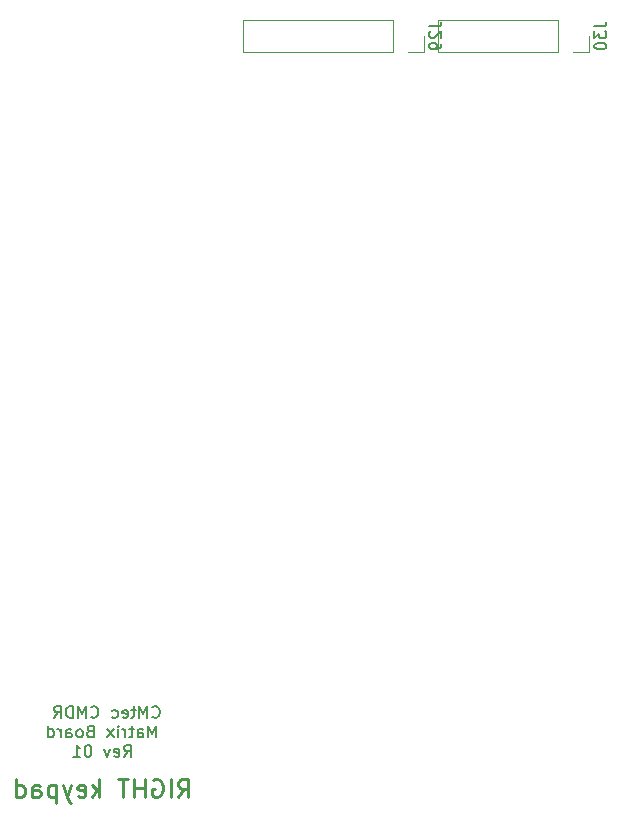
<source format=gbo>
G04 #@! TF.GenerationSoftware,KiCad,Pcbnew,5.1.5*
G04 #@! TF.CreationDate,2020-05-30T12:44:14+02:00*
G04 #@! TF.ProjectId,cmdr_matrixboard,636d6472-5f6d-4617-9472-6978626f6172,rev?*
G04 #@! TF.SameCoordinates,Original*
G04 #@! TF.FileFunction,Legend,Bot*
G04 #@! TF.FilePolarity,Positive*
%FSLAX46Y46*%
G04 Gerber Fmt 4.6, Leading zero omitted, Abs format (unit mm)*
G04 Created by KiCad (PCBNEW 5.1.5) date 2020-05-30 12:44:14*
%MOMM*%
%LPD*%
G04 APERTURE LIST*
%ADD10C,0.150000*%
%ADD11C,0.250000*%
%ADD12C,0.120000*%
G04 APERTURE END LIST*
D10*
X145970095Y-119865142D02*
X146017714Y-119912761D01*
X146160571Y-119960380D01*
X146255809Y-119960380D01*
X146398666Y-119912761D01*
X146493904Y-119817523D01*
X146541523Y-119722285D01*
X146589142Y-119531809D01*
X146589142Y-119388952D01*
X146541523Y-119198476D01*
X146493904Y-119103238D01*
X146398666Y-119008000D01*
X146255809Y-118960380D01*
X146160571Y-118960380D01*
X146017714Y-119008000D01*
X145970095Y-119055619D01*
X145541523Y-119960380D02*
X145541523Y-118960380D01*
X145208190Y-119674666D01*
X144874857Y-118960380D01*
X144874857Y-119960380D01*
X144541523Y-119293714D02*
X144160571Y-119293714D01*
X144398666Y-118960380D02*
X144398666Y-119817523D01*
X144351047Y-119912761D01*
X144255809Y-119960380D01*
X144160571Y-119960380D01*
X143446285Y-119912761D02*
X143541523Y-119960380D01*
X143732000Y-119960380D01*
X143827238Y-119912761D01*
X143874857Y-119817523D01*
X143874857Y-119436571D01*
X143827238Y-119341333D01*
X143732000Y-119293714D01*
X143541523Y-119293714D01*
X143446285Y-119341333D01*
X143398666Y-119436571D01*
X143398666Y-119531809D01*
X143874857Y-119627047D01*
X142541523Y-119912761D02*
X142636761Y-119960380D01*
X142827238Y-119960380D01*
X142922476Y-119912761D01*
X142970095Y-119865142D01*
X143017714Y-119769904D01*
X143017714Y-119484190D01*
X142970095Y-119388952D01*
X142922476Y-119341333D01*
X142827238Y-119293714D01*
X142636761Y-119293714D01*
X142541523Y-119341333D01*
X140779619Y-119865142D02*
X140827238Y-119912761D01*
X140970095Y-119960380D01*
X141065333Y-119960380D01*
X141208190Y-119912761D01*
X141303428Y-119817523D01*
X141351047Y-119722285D01*
X141398666Y-119531809D01*
X141398666Y-119388952D01*
X141351047Y-119198476D01*
X141303428Y-119103238D01*
X141208190Y-119008000D01*
X141065333Y-118960380D01*
X140970095Y-118960380D01*
X140827238Y-119008000D01*
X140779619Y-119055619D01*
X140351047Y-119960380D02*
X140351047Y-118960380D01*
X140017714Y-119674666D01*
X139684380Y-118960380D01*
X139684380Y-119960380D01*
X139208190Y-119960380D02*
X139208190Y-118960380D01*
X138970095Y-118960380D01*
X138827238Y-119008000D01*
X138732000Y-119103238D01*
X138684380Y-119198476D01*
X138636761Y-119388952D01*
X138636761Y-119531809D01*
X138684380Y-119722285D01*
X138732000Y-119817523D01*
X138827238Y-119912761D01*
X138970095Y-119960380D01*
X139208190Y-119960380D01*
X137636761Y-119960380D02*
X137970095Y-119484190D01*
X138208190Y-119960380D02*
X138208190Y-118960380D01*
X137827238Y-118960380D01*
X137732000Y-119008000D01*
X137684380Y-119055619D01*
X137636761Y-119150857D01*
X137636761Y-119293714D01*
X137684380Y-119388952D01*
X137732000Y-119436571D01*
X137827238Y-119484190D01*
X138208190Y-119484190D01*
X146303428Y-121610380D02*
X146303428Y-120610380D01*
X145970095Y-121324666D01*
X145636761Y-120610380D01*
X145636761Y-121610380D01*
X144732000Y-121610380D02*
X144732000Y-121086571D01*
X144779619Y-120991333D01*
X144874857Y-120943714D01*
X145065333Y-120943714D01*
X145160571Y-120991333D01*
X144732000Y-121562761D02*
X144827238Y-121610380D01*
X145065333Y-121610380D01*
X145160571Y-121562761D01*
X145208190Y-121467523D01*
X145208190Y-121372285D01*
X145160571Y-121277047D01*
X145065333Y-121229428D01*
X144827238Y-121229428D01*
X144732000Y-121181809D01*
X144398666Y-120943714D02*
X144017714Y-120943714D01*
X144255809Y-120610380D02*
X144255809Y-121467523D01*
X144208190Y-121562761D01*
X144112952Y-121610380D01*
X144017714Y-121610380D01*
X143684380Y-121610380D02*
X143684380Y-120943714D01*
X143684380Y-121134190D02*
X143636761Y-121038952D01*
X143589142Y-120991333D01*
X143493904Y-120943714D01*
X143398666Y-120943714D01*
X143065333Y-121610380D02*
X143065333Y-120943714D01*
X143065333Y-120610380D02*
X143112952Y-120658000D01*
X143065333Y-120705619D01*
X143017714Y-120658000D01*
X143065333Y-120610380D01*
X143065333Y-120705619D01*
X142684380Y-121610380D02*
X142160571Y-120943714D01*
X142684380Y-120943714D02*
X142160571Y-121610380D01*
X140684380Y-121086571D02*
X140541523Y-121134190D01*
X140493904Y-121181809D01*
X140446285Y-121277047D01*
X140446285Y-121419904D01*
X140493904Y-121515142D01*
X140541523Y-121562761D01*
X140636761Y-121610380D01*
X141017714Y-121610380D01*
X141017714Y-120610380D01*
X140684380Y-120610380D01*
X140589142Y-120658000D01*
X140541523Y-120705619D01*
X140493904Y-120800857D01*
X140493904Y-120896095D01*
X140541523Y-120991333D01*
X140589142Y-121038952D01*
X140684380Y-121086571D01*
X141017714Y-121086571D01*
X139874857Y-121610380D02*
X139970095Y-121562761D01*
X140017714Y-121515142D01*
X140065333Y-121419904D01*
X140065333Y-121134190D01*
X140017714Y-121038952D01*
X139970095Y-120991333D01*
X139874857Y-120943714D01*
X139732000Y-120943714D01*
X139636761Y-120991333D01*
X139589142Y-121038952D01*
X139541523Y-121134190D01*
X139541523Y-121419904D01*
X139589142Y-121515142D01*
X139636761Y-121562761D01*
X139732000Y-121610380D01*
X139874857Y-121610380D01*
X138684380Y-121610380D02*
X138684380Y-121086571D01*
X138732000Y-120991333D01*
X138827238Y-120943714D01*
X139017714Y-120943714D01*
X139112952Y-120991333D01*
X138684380Y-121562761D02*
X138779619Y-121610380D01*
X139017714Y-121610380D01*
X139112952Y-121562761D01*
X139160571Y-121467523D01*
X139160571Y-121372285D01*
X139112952Y-121277047D01*
X139017714Y-121229428D01*
X138779619Y-121229428D01*
X138684380Y-121181809D01*
X138208190Y-121610380D02*
X138208190Y-120943714D01*
X138208190Y-121134190D02*
X138160571Y-121038952D01*
X138112952Y-120991333D01*
X138017714Y-120943714D01*
X137922476Y-120943714D01*
X137160571Y-121610380D02*
X137160571Y-120610380D01*
X137160571Y-121562761D02*
X137255809Y-121610380D01*
X137446285Y-121610380D01*
X137541523Y-121562761D01*
X137589142Y-121515142D01*
X137636761Y-121419904D01*
X137636761Y-121134190D01*
X137589142Y-121038952D01*
X137541523Y-120991333D01*
X137446285Y-120943714D01*
X137255809Y-120943714D01*
X137160571Y-120991333D01*
X143565333Y-123260380D02*
X143898666Y-122784190D01*
X144136761Y-123260380D02*
X144136761Y-122260380D01*
X143755809Y-122260380D01*
X143660571Y-122308000D01*
X143612952Y-122355619D01*
X143565333Y-122450857D01*
X143565333Y-122593714D01*
X143612952Y-122688952D01*
X143660571Y-122736571D01*
X143755809Y-122784190D01*
X144136761Y-122784190D01*
X142755809Y-123212761D02*
X142851047Y-123260380D01*
X143041523Y-123260380D01*
X143136761Y-123212761D01*
X143184380Y-123117523D01*
X143184380Y-122736571D01*
X143136761Y-122641333D01*
X143041523Y-122593714D01*
X142851047Y-122593714D01*
X142755809Y-122641333D01*
X142708190Y-122736571D01*
X142708190Y-122831809D01*
X143184380Y-122927047D01*
X142374857Y-122593714D02*
X142136761Y-123260380D01*
X141898666Y-122593714D01*
X140565333Y-122260380D02*
X140470095Y-122260380D01*
X140374857Y-122308000D01*
X140327238Y-122355619D01*
X140279619Y-122450857D01*
X140232000Y-122641333D01*
X140232000Y-122879428D01*
X140279619Y-123069904D01*
X140327238Y-123165142D01*
X140374857Y-123212761D01*
X140470095Y-123260380D01*
X140565333Y-123260380D01*
X140660571Y-123212761D01*
X140708190Y-123165142D01*
X140755809Y-123069904D01*
X140803428Y-122879428D01*
X140803428Y-122641333D01*
X140755809Y-122450857D01*
X140708190Y-122355619D01*
X140660571Y-122308000D01*
X140565333Y-122260380D01*
X139279619Y-123260380D02*
X139851047Y-123260380D01*
X139565333Y-123260380D02*
X139565333Y-122260380D01*
X139660571Y-122403238D01*
X139755809Y-122498476D01*
X139851047Y-122546095D01*
D11*
X148160571Y-126662571D02*
X148660571Y-125948285D01*
X149017714Y-126662571D02*
X149017714Y-125162571D01*
X148446285Y-125162571D01*
X148303428Y-125234000D01*
X148232000Y-125305428D01*
X148160571Y-125448285D01*
X148160571Y-125662571D01*
X148232000Y-125805428D01*
X148303428Y-125876857D01*
X148446285Y-125948285D01*
X149017714Y-125948285D01*
X147517714Y-126662571D02*
X147517714Y-125162571D01*
X146017714Y-125234000D02*
X146160571Y-125162571D01*
X146374857Y-125162571D01*
X146589142Y-125234000D01*
X146732000Y-125376857D01*
X146803428Y-125519714D01*
X146874857Y-125805428D01*
X146874857Y-126019714D01*
X146803428Y-126305428D01*
X146732000Y-126448285D01*
X146589142Y-126591142D01*
X146374857Y-126662571D01*
X146232000Y-126662571D01*
X146017714Y-126591142D01*
X145946285Y-126519714D01*
X145946285Y-126019714D01*
X146232000Y-126019714D01*
X145303428Y-126662571D02*
X145303428Y-125162571D01*
X145303428Y-125876857D02*
X144446285Y-125876857D01*
X144446285Y-126662571D02*
X144446285Y-125162571D01*
X143946285Y-125162571D02*
X143089142Y-125162571D01*
X143517714Y-126662571D02*
X143517714Y-125162571D01*
X141446285Y-126662571D02*
X141446285Y-125162571D01*
X141303428Y-126091142D02*
X140874857Y-126662571D01*
X140874857Y-125662571D02*
X141446285Y-126234000D01*
X139660571Y-126591142D02*
X139803428Y-126662571D01*
X140089142Y-126662571D01*
X140232000Y-126591142D01*
X140303428Y-126448285D01*
X140303428Y-125876857D01*
X140232000Y-125734000D01*
X140089142Y-125662571D01*
X139803428Y-125662571D01*
X139660571Y-125734000D01*
X139589142Y-125876857D01*
X139589142Y-126019714D01*
X140303428Y-126162571D01*
X139089142Y-125662571D02*
X138732000Y-126662571D01*
X138374857Y-125662571D02*
X138732000Y-126662571D01*
X138874857Y-127019714D01*
X138946285Y-127091142D01*
X139089142Y-127162571D01*
X137803428Y-125662571D02*
X137803428Y-127162571D01*
X137803428Y-125734000D02*
X137660571Y-125662571D01*
X137374857Y-125662571D01*
X137232000Y-125734000D01*
X137160571Y-125805428D01*
X137089142Y-125948285D01*
X137089142Y-126376857D01*
X137160571Y-126519714D01*
X137232000Y-126591142D01*
X137374857Y-126662571D01*
X137660571Y-126662571D01*
X137803428Y-126591142D01*
X135803428Y-126662571D02*
X135803428Y-125876857D01*
X135874857Y-125734000D01*
X136017714Y-125662571D01*
X136303428Y-125662571D01*
X136446285Y-125734000D01*
X135803428Y-126591142D02*
X135946285Y-126662571D01*
X136303428Y-126662571D01*
X136446285Y-126591142D01*
X136517714Y-126448285D01*
X136517714Y-126305428D01*
X136446285Y-126162571D01*
X136303428Y-126091142D01*
X135946285Y-126091142D01*
X135803428Y-126019714D01*
X134446285Y-126662571D02*
X134446285Y-125162571D01*
X134446285Y-126591142D02*
X134589142Y-126662571D01*
X134874857Y-126662571D01*
X135017714Y-126591142D01*
X135089142Y-126519714D01*
X135160571Y-126376857D01*
X135160571Y-125948285D01*
X135089142Y-125805428D01*
X135017714Y-125734000D01*
X134874857Y-125662571D01*
X134589142Y-125662571D01*
X134446285Y-125734000D01*
D12*
X182940000Y-63560000D02*
X182940000Y-62230000D01*
X181610000Y-63560000D02*
X182940000Y-63560000D01*
X180340000Y-63560000D02*
X180340000Y-60900000D01*
X180340000Y-60900000D02*
X170120000Y-60900000D01*
X180340000Y-63560000D02*
X170120000Y-63560000D01*
X170120000Y-63560000D02*
X170120000Y-60900000D01*
X168970000Y-63560000D02*
X168970000Y-62230000D01*
X167640000Y-63560000D02*
X168970000Y-63560000D01*
X166370000Y-63560000D02*
X166370000Y-60900000D01*
X166370000Y-60900000D02*
X153610000Y-60900000D01*
X166370000Y-63560000D02*
X153610000Y-63560000D01*
X153610000Y-63560000D02*
X153610000Y-60900000D01*
D10*
X183392380Y-61420476D02*
X184106666Y-61420476D01*
X184249523Y-61372857D01*
X184344761Y-61277619D01*
X184392380Y-61134761D01*
X184392380Y-61039523D01*
X183392380Y-61801428D02*
X183392380Y-62420476D01*
X183773333Y-62087142D01*
X183773333Y-62230000D01*
X183820952Y-62325238D01*
X183868571Y-62372857D01*
X183963809Y-62420476D01*
X184201904Y-62420476D01*
X184297142Y-62372857D01*
X184344761Y-62325238D01*
X184392380Y-62230000D01*
X184392380Y-61944285D01*
X184344761Y-61849047D01*
X184297142Y-61801428D01*
X183392380Y-63039523D02*
X183392380Y-63134761D01*
X183440000Y-63230000D01*
X183487619Y-63277619D01*
X183582857Y-63325238D01*
X183773333Y-63372857D01*
X184011428Y-63372857D01*
X184201904Y-63325238D01*
X184297142Y-63277619D01*
X184344761Y-63230000D01*
X184392380Y-63134761D01*
X184392380Y-63039523D01*
X184344761Y-62944285D01*
X184297142Y-62896666D01*
X184201904Y-62849047D01*
X184011428Y-62801428D01*
X183773333Y-62801428D01*
X183582857Y-62849047D01*
X183487619Y-62896666D01*
X183440000Y-62944285D01*
X183392380Y-63039523D01*
X169422380Y-61420476D02*
X170136666Y-61420476D01*
X170279523Y-61372857D01*
X170374761Y-61277619D01*
X170422380Y-61134761D01*
X170422380Y-61039523D01*
X169517619Y-61849047D02*
X169470000Y-61896666D01*
X169422380Y-61991904D01*
X169422380Y-62230000D01*
X169470000Y-62325238D01*
X169517619Y-62372857D01*
X169612857Y-62420476D01*
X169708095Y-62420476D01*
X169850952Y-62372857D01*
X170422380Y-61801428D01*
X170422380Y-62420476D01*
X170422380Y-62896666D02*
X170422380Y-63087142D01*
X170374761Y-63182380D01*
X170327142Y-63230000D01*
X170184285Y-63325238D01*
X169993809Y-63372857D01*
X169612857Y-63372857D01*
X169517619Y-63325238D01*
X169470000Y-63277619D01*
X169422380Y-63182380D01*
X169422380Y-62991904D01*
X169470000Y-62896666D01*
X169517619Y-62849047D01*
X169612857Y-62801428D01*
X169850952Y-62801428D01*
X169946190Y-62849047D01*
X169993809Y-62896666D01*
X170041428Y-62991904D01*
X170041428Y-63182380D01*
X169993809Y-63277619D01*
X169946190Y-63325238D01*
X169850952Y-63372857D01*
M02*

</source>
